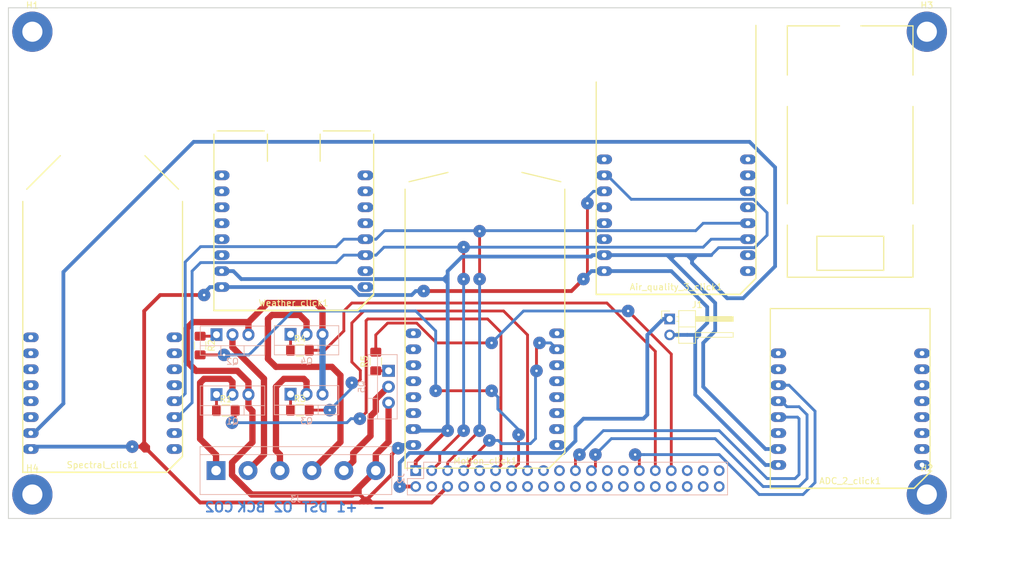
<source format=kicad_pcb>
(kicad_pcb (version 20171130) (host pcbnew 5.0.2-bee76a0~70~ubuntu18.04.1)
  (title_block (title "Integra wall sensor and LED board") (date 2019-05-02) (rev 0.1) (company "Nemanja Filipovic"))
  (layers (0 F.Cu signal) (31 B.Cu signal) (34 B.Paste user) (35 F.Paste user) (36 B.SilkS user) (37 F.SilkS user) (38 B.Mask user) (39 F.Mask user) (44 Edge.Cuts user))
  (net 0 "")
  (net 1 "Net-(ADC_2_click1-Pad1)")
  (net 2 "Net-(ADC_2_click1-Pad2)")
  (net 3 ADC_CS)
  (net 4 SCK)
  (net 5 MISO)
  (net 6 "Net-(ADC_2_click1-Pad6)")
  (net 7 +3V3)
  (net 8 GND)
  (net 9 "Net-(ADC_2_click1-Pad9)")
  (net 10 "Net-(ADC_2_click1-Pad10)")
  (net 11 "Net-(ADC_2_click1-Pad11)")
  (net 12 "Net-(ADC_2_click1-Pad12)")
  (net 13 "Net-(ADC_2_click1-Pad13)")
  (net 14 "Net-(ADC_2_click1-Pad14)")
  (net 15 "Net-(ADC_2_click1-Pad15)")
  (net 16 "Net-(ADC_2_click1-Pad16)")
  (net 17 "Net-(Air_quality_3_click1-Pad1)")
  (net 18 "Net-(Air_quality_3_click1-Pad4)")
  (net 19 "Net-(Air_quality_3_click1-Pad5)")
  (net 20 "Net-(Air_quality_3_click1-Pad6)")
  (net 21 "Net-(Air_quality_3_click1-Pad9)")
  (net 22 "Net-(Air_quality_3_click1-Pad10)")
  (net 23 SDA)
  (net 24 SCL)
  (net 25 "Net-(Air_quality_3_click1-Pad13)")
  (net 26 "Net-(Air_quality_3_click1-Pad14)")
  (net 27 "Net-(Air_quality_3_click1-Pad15)")
  (net 28 "Net-(Air_quality_3_click1-Pad16)")
  (net 29 +5V)
  (net 30 "Net-(J2-Pad4)")
  (net 31 MOTION)
  (net 32 "Net-(J2-Pad8)")
  (net 33 "Net-(J2-Pad9)")
  (net 34 "Net-(J2-Pad10)")
  (net 35 LED_CO2)
  (net 36 "Net-(J2-Pad12)")
  (net 37 LED_bck)
  (net 38 "Net-(J2-Pad14)")
  (net 39 LED_O2)
  (net 40 "Net-(J2-Pad16)")
  (net 41 "Net-(J2-Pad17)")
  (net 42 "Net-(J2-Pad18)")
  (net 43 MOSI)
  (net 44 "Net-(J2-Pad20)")
  (net 45 "Net-(J2-Pad22)")
  (net 46 "Net-(J2-Pad24)")
  (net 47 "Net-(J2-Pad25)")
  (net 48 "Net-(J2-Pad26)")
  (net 49 "Net-(J2-Pad27)")
  (net 50 "Net-(J2-Pad28)")
  (net 51 "Net-(J2-Pad30)")
  (net 52 LED_dust)
  (net 53 "Net-(J2-Pad32)")
  (net 54 LED_bckup)
  (net 55 "Net-(J2-Pad34)")
  (net 56 "Net-(J2-Pad35)")
  (net 57 "Net-(J2-Pad36)")
  (net 58 "Net-(J2-Pad37)")
  (net 59 "Net-(J2-Pad38)")
  (net 60 "Net-(J2-Pad39)")
  (net 61 "Net-(J2-Pad40)")
  (net 62 "Net-(J3-Pad2)")
  (net 63 "Net-(J3-Pad3)")
  (net 64 "Net-(J3-Pad1)")
  (net 65 "Net-(J3-Pad4)")
  (net 66 "Net-(J3-Pad5)")
  (net 67 "Net-(Motion_click1-Pad16)")
  (net 68 "Net-(Motion_click1-Pad14)")
  (net 69 "Net-(Motion_click1-Pad13)")
  (net 70 "Net-(Motion_click1-Pad12)")
  (net 71 "Net-(Motion_click1-Pad11)")
  (net 72 "Net-(Motion_click1-Pad10)")
  (net 73 "Net-(Motion_click1-Pad9)")
  (net 74 "Net-(Motion_click1-Pad6)")
  (net 75 "Net-(Motion_click1-Pad5)")
  (net 76 "Net-(Motion_click1-Pad4)")
  (net 77 "Net-(Motion_click1-Pad3)")
  (net 78 "Net-(Motion_click1-Pad2)")
  (net 79 "Net-(Motion_click1-Pad1)")
  (net 80 "Net-(Q1-Pad1)")
  (net 81 "Net-(Q2-Pad1)")
  (net 82 "Net-(Q3-Pad1)")
  (net 83 "Net-(Q4-Pad1)")
  (net 84 "Net-(Q5-Pad1)")
  (net 85 "Net-(Spectral_click1-Pad1)")
  (net 86 "Net-(Spectral_click1-Pad2)")
  (net 87 "Net-(Spectral_click1-Pad3)")
  (net 88 "Net-(Spectral_click1-Pad4)")
  (net 89 "Net-(Spectral_click1-Pad5)")
  (net 90 "Net-(Spectral_click1-Pad6)")
  (net 91 "Net-(Spectral_click1-Pad9)")
  (net 92 "Net-(Spectral_click1-Pad10)")
  (net 93 "Net-(Spectral_click1-Pad13)")
  (net 94 "Net-(Spectral_click1-Pad14)")
  (net 95 "Net-(Spectral_click1-Pad15)")
  (net 96 "Net-(Spectral_click1-Pad16)")
  (net 97 "Net-(Weather_click1-Pad16)")
  (net 98 "Net-(Weather_click1-Pad15)")
  (net 99 "Net-(Weather_click1-Pad14)")
  (net 100 "Net-(Weather_click1-Pad13)")
  (net 101 "Net-(Weather_click1-Pad10)")
  (net 102 "Net-(Weather_click1-Pad9)")
  (net 103 "Net-(Weather_click1-Pad6)")
  (net 104 "Net-(Weather_click1-Pad5)")
  (net 105 "Net-(Weather_click1-Pad4)")
  (net 106 "Net-(Weather_click1-Pad3)")
  (net 107 "Net-(Weather_click1-Pad2)")
  (net 108 "Net-(Weather_click1-Pad1)")
  (module Package_TO_SOT_THT:TO-220-3_Vertical (layer B.Cu) (at 115.98812 117.379328)
    (fp_text reference Q3 (at 2.54 4.27) (layer B.SilkS) (effects (justify mirror)))
    (fp_text value MJE15030)
    (pad 3 thru_hole oval (at 5.08 0) (size 1.905 2) (drill 1.1) (layers *.Cu *.Mask) (net 8 GND))
    (pad 2 thru_hole oval (at 2.54 0) (size 1.905 2) (drill 1.1) (layers *.Cu *.Mask) (net 63 "Net-(J3-Pad3)"))
    (pad 1 thru_hole rect (at 0 0) (size 1.905 2) (drill 1.1) (layers *.Cu *.Mask) (net 82 "Net-(Q3-Pad1)"))
  )
  (module Connector_PinHeader_2.54mm:PinHeader_2x20_P2.54mm_Vertical (layer B.Cu) (at 135.89 129.54 270)
    (fp_text reference J2 (at 1.27 2.33 270) (layer B.SilkS) (effects (justify mirror)))
    (fp_text value Raspberry_Pi_2_3)
    (pad 1 thru_hole rect (at 0 0 270) (size 1.7 1.7) (drill 1) (layers *.Cu *.Mask) (net 7 +3V3))
    (pad 2 thru_hole oval (at 2.54 0 270) (size 1.7 1.7) (drill 1) (layers *.Cu *.Mask) (net 29 +5V))
    (pad 3 thru_hole oval (at 0 -2.54 270) (size 1.7 1.7) (drill 1) (layers *.Cu *.Mask) (net 23 SDA))
    (pad 4 thru_hole oval (at 2.54 -2.54 270) (size 1.7 1.7) (drill 1) (layers *.Cu *.Mask) (net 30 "Net-(J2-Pad4)"))
    (pad 5 thru_hole oval (at 0 -5.08 270) (size 1.7 1.7) (drill 1) (layers *.Cu *.Mask) (net 24 SCL))
    (pad 6 thru_hole oval (at 2.54 -5.08 270) (size 1.7 1.7) (drill 1) (layers *.Cu *.Mask) (net 8 GND))
    (pad 7 thru_hole oval (at 0 -7.62 270) (size 1.7 1.7) (drill 1) (layers *.Cu *.Mask) (net 31 MOTION))
    (pad 8 thru_hole oval (at 2.54 -7.62 270) (size 1.7 1.7) (drill 1) (layers *.Cu *.Mask) (net 32 "Net-(J2-Pad8)"))
    (pad 9 thru_hole oval (at 0 -10.16 270) (size 1.7 1.7) (drill 1) (layers *.Cu *.Mask) (net 33 "Net-(J2-Pad9)"))
    (pad 10 thru_hole oval (at 2.54 -10.16 270) (size 1.7 1.7) (drill 1) (layers *.Cu *.Mask) (net 34 "Net-(J2-Pad10)"))
    (pad 11 thru_hole oval (at 0 -12.7 270) (size 1.7 1.7) (drill 1) (layers *.Cu *.Mask) (net 35 LED_CO2))
    (pad 12 thru_hole oval (at 2.54 -12.7 270) (size 1.7 1.7) (drill 1) (layers *.Cu *.Mask) (net 36 "Net-(J2-Pad12)"))
    (pad 13 thru_hole oval (at 0 -15.24 270) (size 1.7 1.7) (drill 1) (layers *.Cu *.Mask) (net 37 LED_bck))
    (pad 14 thru_hole oval (at 2.54 -15.24 270) (size 1.7 1.7) (drill 1) (layers *.Cu *.Mask) (net 38 "Net-(J2-Pad14)"))
    (pad 15 thru_hole oval (at 0 -17.78 270) (size 1.7 1.7) (drill 1) (layers *.Cu *.Mask) (net 39 LED_O2))
    (pad 16 thru_hole oval (at 2.54 -17.78 270) (size 1.7 1.7) (drill 1) (layers *.Cu *.Mask) (net 40 "Net-(J2-Pad16)"))
    (pad 17 thru_hole oval (at 0 -20.32 270) (size 1.7 1.7) (drill 1) (layers *.Cu *.Mask) (net 41 "Net-(J2-Pad17)"))
    (pad 18 thru_hole oval (at 2.54 -20.32 270) (size 1.7 1.7) (drill 1) (layers *.Cu *.Mask) (net 42 "Net-(J2-Pad18)"))
    (pad 19 thru_hole oval (at 0 -22.86 270) (size 1.7 1.7) (drill 1) (layers *.Cu *.Mask) (net 43 MOSI))
    (pad 20 thru_hole oval (at 2.54 -22.86 270) (size 1.7 1.7) (drill 1) (layers *.Cu *.Mask) (net 44 "Net-(J2-Pad20)"))
    (pad 21 thru_hole oval (at 0 -25.4 270) (size 1.7 1.7) (drill 1) (layers *.Cu *.Mask) (net 5 MISO))
    (pad 22 thru_hole oval (at 2.54 -25.4 270) (size 1.7 1.7) (drill 1) (layers *.Cu *.Mask) (net 45 "Net-(J2-Pad22)"))
    (pad 23 thru_hole oval (at 0 -27.94 270) (size 1.7 1.7) (drill 1) (layers *.Cu *.Mask) (net 4 SCK))
    (pad 24 thru_hole oval (at 2.54 -27.94 270) (size 1.7 1.7) (drill 1) (layers *.Cu *.Mask) (net 46 "Net-(J2-Pad24)"))
    (pad 25 thru_hole oval (at 0 -30.48 270) (size 1.7 1.7) (drill 1) (layers *.Cu *.Mask) (net 47 "Net-(J2-Pad25)"))
    (pad 26 thru_hole oval (at 2.54 -30.48 270) (size 1.7 1.7) (drill 1) (layers *.Cu *.Mask) (net 48 "Net-(J2-Pad26)"))
    (pad 27 thru_hole oval (at 0 -33.02 270) (size 1.7 1.7) (drill 1) (layers *.Cu *.Mask) (net 49 "Net-(J2-Pad27)"))
    (pad 28 thru_hole oval (at 2.54 -33.02 270) (size 1.7 1.7) (drill 1) (layers *.Cu *.Mask) (net 50 "Net-(J2-Pad28)"))
    (pad 29 thru_hole oval (at 0 -35.56 270) (size 1.7 1.7) (drill 1) (layers *.Cu *.Mask) (net 3 ADC_CS))
    (pad 30 thru_hole oval (at 2.54 -35.56 270) (size 1.7 1.7) (drill 1) (layers *.Cu *.Mask) (net 51 "Net-(J2-Pad30)"))
    (pad 31 thru_hole oval (at 0 -38.1 270) (size 1.7 1.7) (drill 1) (layers *.Cu *.Mask) (net 52 LED_dust))
    (pad 32 thru_hole oval (at 2.54 -38.1 270) (size 1.7 1.7) (drill 1) (layers *.Cu *.Mask) (net 53 "Net-(J2-Pad32)"))
    (pad 33 thru_hole oval (at 0 -40.64 270) (size 1.7 1.7) (drill 1) (layers *.Cu *.Mask) (net 54 LED_bckup))
    (pad 34 thru_hole oval (at 2.54 -40.64 270) (size 1.7 1.7) (drill 1) (layers *.Cu *.Mask) (net 55 "Net-(J2-Pad34)"))
    (pad 35 thru_hole oval (at 0 -43.18 270) (size 1.7 1.7) (drill 1) (layers *.Cu *.Mask) (net 56 "Net-(J2-Pad35)"))
    (pad 36 thru_hole oval (at 2.54 -43.18 270) (size 1.7 1.7) (drill 1) (layers *.Cu *.Mask) (net 57 "Net-(J2-Pad36)"))
    (pad 37 thru_hole oval (at 0 -45.72 270) (size 1.7 1.7) (drill 1) (layers *.Cu *.Mask) (net 58 "Net-(J2-Pad37)"))
    (pad 38 thru_hole oval (at 2.54 -45.72 270) (size 1.7 1.7) (drill 1) (layers *.Cu *.Mask) (net 59 "Net-(J2-Pad38)"))
    (pad 39 thru_hole oval (at 0 -48.26 270) (size 1.7 1.7) (drill 1) (layers *.Cu *.Mask) (net 60 "Net-(J2-Pad39)"))
    (pad 40 thru_hole oval (at 2.54 -48.26 270) (size 1.7 1.7) (drill 1) (layers *.Cu *.Mask) (net 61 "Net-(J2-Pad40)"))
  )
  (module Click_boards:Air_quality_click (layer F.Cu) (at 177.292 88.9)
    (fp_text reference Air_quality_3_click1 (at 0 11.43) (layer F.SilkS))
    (fp_text value MikroBus)
    (pad 1 thru_hole oval (at -11.43 -8.89) (size 2.5 1.524) (drill 0.762) (layers *.Cu *.Mask) (net 17 "Net-(Air_quality_3_click1-Pad1)"))
    (pad 2 thru_hole oval (at -11.43 -6.35) (size 2.5 1.524) (drill 0.762) (layers *.Cu *.Mask) (net 7 +3V3))
    (pad 3 thru_hole oval (at -11.43 -3.81) (size 2.5 1.524) (drill 0.762) (layers *.Cu *.Mask) (net 8 GND))
    (pad 4 thru_hole oval (at -11.43 -1.27) (size 2.5 1.524) (drill 0.762) (layers *.Cu *.Mask) (net 18 "Net-(Air_quality_3_click1-Pad4)"))
    (pad 5 thru_hole oval (at -11.43 1.27) (size 2.5 1.524) (drill 0.762) (layers *.Cu *.Mask) (net 19 "Net-(Air_quality_3_click1-Pad5)"))
    (pad 6 thru_hole oval (at -11.43 3.81) (size 2.5 1.524) (drill 0.762) (layers *.Cu *.Mask) (net 20 "Net-(Air_quality_3_click1-Pad6)"))
    (pad 7 thru_hole oval (at -11.43 6.35) (size 2.5 1.524) (drill 0.762) (layers *.Cu *.Mask) (net 7 +3V3))
    (pad 8 thru_hole oval (at -11.43 8.89) (size 2.5 1.524) (drill 0.762) (layers *.Cu *.Mask) (net 8 GND))
    (pad 9 thru_hole oval (at 11.43 8.89) (size 2.5 1.524) (drill 0.762) (layers *.Cu *.Mask) (net 21 "Net-(Air_quality_3_click1-Pad9)"))
    (pad 10 thru_hole oval (at 11.43 6.35) (size 2.5 1.524) (drill 0.762) (layers *.Cu *.Mask) (net 22 "Net-(Air_quality_3_click1-Pad10)"))
    (pad 11 thru_hole oval (at 11.43 3.81) (size 2.5 1.524) (drill 0.762) (layers *.Cu *.Mask) (net 23 SDA))
    (pad 12 thru_hole oval (at 11.43 1.27) (size 2.5 1.524) (drill 0.762) (layers *.Cu *.Mask) (net 24 SCL))
    (pad 13 thru_hole oval (at 11.43 -1.27) (size 2.5 1.524) (drill 0.762) (layers *.Cu *.Mask) (net 25 "Net-(Air_quality_3_click1-Pad13)"))
    (pad 14 thru_hole oval (at 11.43 -3.81) (size 2.5 1.524) (drill 0.762) (layers *.Cu *.Mask) (net 26 "Net-(Air_quality_3_click1-Pad14)"))
    (pad 15 thru_hole oval (at 11.43 -6.35) (size 2.5 1.524) (drill 0.762) (layers *.Cu *.Mask) (net 27 "Net-(Air_quality_3_click1-Pad15)"))
    (pad 16 thru_hole oval (at 11.43 -8.89) (size 2.5 1.524) (drill 0.762) (layers *.Cu *.Mask) (net 28 "Net-(Air_quality_3_click1-Pad16)"))
  )
  (module TerminalBlock:TerminalBlock_bornier-6_P5.08mm (layer B.Cu) (at 104.14 129.54)
    (fp_text reference J3 (at 12.65 4.55) (layer B.SilkS) (effects (justify mirror)))
    (fp_text value Screw_Terminal_01x06)
    (pad 2 thru_hole circle (at 5.08 0) (size 3 3) (drill 1.52) (layers *.Cu *.Mask) (net 62 "Net-(J3-Pad2)"))
    (pad 3 thru_hole circle (at 10.16 0) (size 3 3) (drill 1.52) (layers *.Cu *.Mask) (net 63 "Net-(J3-Pad3)"))
    (pad 1 thru_hole rect (at 0 0) (size 3 3) (drill 1.52) (layers *.Cu *.Mask) (net 64 "Net-(J3-Pad1)"))
    (pad 4 thru_hole circle (at 15.24 0) (size 3 3) (drill 1.52) (layers *.Cu *.Mask) (net 65 "Net-(J3-Pad4)"))
    (pad 5 thru_hole circle (at 20.32 0) (size 3 3) (drill 1.52) (layers *.Cu *.Mask) (net 66 "Net-(J3-Pad5)"))
    (pad 6 thru_hole circle (at 25.4 0) (size 3 3) (drill 1.52) (layers *.Cu *.Mask) (net 8 GND))
  )
  (module Click_boards:Click_board (layer F.Cu) (at 204.978 119.761)
    (fp_text reference ADC_2_click1 (at 0 11.43) (layer F.SilkS))
    (fp_text value MikroBus)
    (pad 1 thru_hole oval (at -11.43 -8.89) (size 2.5 1.524) (drill 0.762) (layers *.Cu *.Mask) (net 1 "Net-(ADC_2_click1-Pad1)"))
    (pad 2 thru_hole oval (at -11.43 -6.35) (size 2.5 1.524) (drill 0.762) (layers *.Cu *.Mask) (net 2 "Net-(ADC_2_click1-Pad2)"))
    (pad 3 thru_hole oval (at -11.43 -3.81) (size 2.5 1.524) (drill 0.762) (layers *.Cu *.Mask) (net 3 ADC_CS))
    (pad 4 thru_hole oval (at -11.43 -1.27) (size 2.5 1.524) (drill 0.762) (layers *.Cu *.Mask) (net 4 SCK))
    (pad 5 thru_hole oval (at -11.43 1.27) (size 2.5 1.524) (drill 0.762) (layers *.Cu *.Mask) (net 5 MISO))
    (pad 6 thru_hole oval (at -11.43 3.81) (size 2.5 1.524) (drill 0.762) (layers *.Cu *.Mask) (net 6 "Net-(ADC_2_click1-Pad6)"))
    (pad 7 thru_hole oval (at -11.43 6.35) (size 2.5 1.524) (drill 0.762) (layers *.Cu *.Mask) (net 7 +3V3))
    (pad 8 thru_hole oval (at -11.43 8.89) (size 2.5 1.524) (drill 0.762) (layers *.Cu *.Mask) (net 8 GND))
    (pad 9 thru_hole oval (at 11.43 8.89) (size 2.5 1.524) (drill 0.762) (layers *.Cu *.Mask) (net 9 "Net-(ADC_2_click1-Pad9)"))
    (pad 10 thru_hole oval (at 11.43 6.35) (size 2.5 1.524) (drill 0.762) (layers *.Cu *.Mask) (net 10 "Net-(ADC_2_click1-Pad10)"))
    (pad 11 thru_hole oval (at 11.43 3.81) (size 2.5 1.524) (drill 0.762) (layers *.Cu *.Mask) (net 11 "Net-(ADC_2_click1-Pad11)"))
    (pad 12 thru_hole oval (at 11.43 1.27) (size 2.5 1.524) (drill 0.762) (layers *.Cu *.Mask) (net 12 "Net-(ADC_2_click1-Pad12)"))
    (pad 13 thru_hole oval (at 11.43 -1.27) (size 2.5 1.524) (drill 0.762) (layers *.Cu *.Mask) (net 13 "Net-(ADC_2_click1-Pad13)"))
    (pad 14 thru_hole oval (at 11.43 -3.81) (size 2.5 1.524) (drill 0.762) (layers *.Cu *.Mask) (net 14 "Net-(ADC_2_click1-Pad14)"))
    (pad 15 thru_hole oval (at 11.43 -6.35) (size 2.5 1.524) (drill 0.762) (layers *.Cu *.Mask) (net 15 "Net-(ADC_2_click1-Pad15)"))
    (pad 16 thru_hole oval (at 11.43 -8.89) (size 2.5 1.524) (drill 0.762) (layers *.Cu *.Mask) (net 16 "Net-(ADC_2_click1-Pad16)"))
  )
  (module Click_boards:Click_board (layer F.Cu) (at 146.939 116.586)
    (fp_text reference Motion_click1 (at 0 11.43) (layer F.SilkS))
    (fp_text value MikroBus)
    (pad 16 thru_hole oval (at 11.43 -8.89) (size 2.5 1.524) (drill 0.762) (layers *.Cu *.Mask) (net 67 "Net-(Motion_click1-Pad16)"))
    (pad 15 thru_hole oval (at 11.43 -6.35) (size 2.5 1.524) (drill 0.762) (layers *.Cu *.Mask) (net 31 MOTION))
    (pad 14 thru_hole oval (at 11.43 -3.81) (size 2.5 1.524) (drill 0.762) (layers *.Cu *.Mask) (net 68 "Net-(Motion_click1-Pad14)"))
    (pad 13 thru_hole oval (at 11.43 -1.27) (size 2.5 1.524) (drill 0.762) (layers *.Cu *.Mask) (net 69 "Net-(Motion_click1-Pad13)"))
    (pad 12 thru_hole oval (at 11.43 1.27) (size 2.5 1.524) (drill 0.762) (layers *.Cu *.Mask) (net 70 "Net-(Motion_click1-Pad12)"))
    (pad 11 thru_hole oval (at 11.43 3.81) (size 2.5 1.524) (drill 0.762) (layers *.Cu *.Mask) (net 71 "Net-(Motion_click1-Pad11)"))
    (pad 10 thru_hole oval (at 11.43 6.35) (size 2.5 1.524) (drill 0.762) (layers *.Cu *.Mask) (net 72 "Net-(Motion_click1-Pad10)"))
    (pad 9 thru_hole oval (at 11.43 8.89) (size 2.5 1.524) (drill 0.762) (layers *.Cu *.Mask) (net 73 "Net-(Motion_click1-Pad9)"))
    (pad 8 thru_hole oval (at -11.43 8.89) (size 2.5 1.524) (drill 0.762) (layers *.Cu *.Mask) (net 8 GND))
    (pad 7 thru_hole oval (at -11.43 6.35) (size 2.5 1.524) (drill 0.762) (layers *.Cu *.Mask) (net 7 +3V3))
    (pad 6 thru_hole oval (at -11.43 3.81) (size 2.5 1.524) (drill 0.762) (layers *.Cu *.Mask) (net 74 "Net-(Motion_click1-Pad6)"))
    (pad 5 thru_hole oval (at -11.43 1.27) (size 2.5 1.524) (drill 0.762) (layers *.Cu *.Mask) (net 75 "Net-(Motion_click1-Pad5)"))
    (pad 4 thru_hole oval (at -11.43 -1.27) (size 2.5 1.524) (drill 0.762) (layers *.Cu *.Mask) (net 76 "Net-(Motion_click1-Pad4)"))
    (pad 3 thru_hole oval (at -11.43 -3.81) (size 2.5 1.524) (drill 0.762) (layers *.Cu *.Mask) (net 77 "Net-(Motion_click1-Pad3)"))
    (pad 2 thru_hole oval (at -11.43 -6.35) (size 2.5 1.524) (drill 0.762) (layers *.Cu *.Mask) (net 78 "Net-(Motion_click1-Pad2)"))
    (pad 1 thru_hole oval (at -11.43 -8.89) (size 2.5 1.524) (drill 0.762) (layers *.Cu *.Mask) (net 79 "Net-(Motion_click1-Pad1)"))
  )
  (module Package_TO_SOT_THT:TO-220-3_Vertical (layer B.Cu) (at 104.209716 117.434151)
    (fp_text reference Q1 (at 2.54 4.27) (layer B.SilkS) (effects (justify mirror)))
    (fp_text value MJE15030)
    (pad 1 thru_hole rect (at 0 0) (size 1.905 2) (drill 1.1) (layers *.Cu *.Mask) (net 80 "Net-(Q1-Pad1)"))
    (pad 2 thru_hole oval (at 2.54 0) (size 1.905 2) (drill 1.1) (layers *.Cu *.Mask) (net 64 "Net-(J3-Pad1)"))
    (pad 3 thru_hole oval (at 5.08 0) (size 1.905 2) (drill 1.1) (layers *.Cu *.Mask) (net 8 GND))
  )
  (module Package_TO_SOT_THT:TO-220-3_Vertical (layer B.Cu) (at 104.209716 107.909151)
    (fp_text reference Q2 (at 2.54 4.27) (layer B.SilkS) (effects (justify mirror)))
    (fp_text value MJE15030)
    (pad 3 thru_hole oval (at 5.08 0) (size 1.905 2) (drill 1.1) (layers *.Cu *.Mask) (net 8 GND))
    (pad 2 thru_hole oval (at 2.54 0) (size 1.905 2) (drill 1.1) (layers *.Cu *.Mask) (net 62 "Net-(J3-Pad2)"))
    (pad 1 thru_hole rect (at 0 0) (size 1.905 2) (drill 1.1) (layers *.Cu *.Mask) (net 81 "Net-(Q2-Pad1)"))
  )
  (module Package_TO_SOT_THT:TO-220-3_Vertical (layer B.Cu) (at 115.98812 107.854328)
    (fp_text reference Q4 (at 2.54 4.27) (layer B.SilkS) (effects (justify mirror)))
    (fp_text value MJE15030)
    (pad 1 thru_hole rect (at 0 0) (size 1.905 2) (drill 1.1) (layers *.Cu *.Mask) (net 83 "Net-(Q4-Pad1)"))
    (pad 2 thru_hole oval (at 2.54 0) (size 1.905 2) (drill 1.1) (layers *.Cu *.Mask) (net 65 "Net-(J3-Pad4)"))
    (pad 3 thru_hole oval (at 5.08 0) (size 1.905 2) (drill 1.1) (layers *.Cu *.Mask) (net 8 GND))
  )
  (module Package_TO_SOT_THT:TO-220-3_Vertical (layer B.Cu) (at 131.572393 113.660235 270)
    (fp_text reference Q5 (at 2.54 4.27 270) (layer B.SilkS) (effects (justify mirror)))
    (fp_text value MJE15030)
    (pad 1 thru_hole rect (at 0 0 270) (size 1.905 2) (drill 1.1) (layers *.Cu *.Mask) (net 84 "Net-(Q5-Pad1)"))
    (pad 2 thru_hole oval (at 2.54 0 270) (size 1.905 2) (drill 1.1) (layers *.Cu *.Mask) (net 66 "Net-(J3-Pad5)"))
    (pad 3 thru_hole oval (at 5.08 0 270) (size 1.905 2) (drill 1.1) (layers *.Cu *.Mask) (net 8 GND))
  )
  (module Resistor_SMD:R_1206_3216Metric_Pad1.42x1.75mm_HandSolder (layer F.Cu) (at 105.697216 119.974151)
    (fp_text reference R1 (at 0 -1.82) (layer F.SilkS))
    (fp_text value 100R)
    (pad 1 smd roundrect (at -1.4875 0) (size 1.425 1.75) (layers F.Cu F.Paste F.Mask) (roundrect_rratio 0.175439) (net 80 "Net-(Q1-Pad1)"))
    (pad 2 smd roundrect (at 1.4875 0) (size 1.425 1.75) (layers F.Cu F.Paste F.Mask) (roundrect_rratio 0.175439) (net 35 LED_CO2))
  )
  (module Resistor_SMD:R_1206_3216Metric_Pad1.42x1.75mm_HandSolder (layer F.Cu) (at 101.6 109.6375 270)
    (fp_text reference R2 (at 0 -1.82 270) (layer F.SilkS))
    (fp_text value 100R)
    (pad 1 smd roundrect (at -1.4875 0 270) (size 1.425 1.75) (layers F.Cu F.Paste F.Mask) (roundrect_rratio 0.175439) (net 81 "Net-(Q2-Pad1)"))
    (pad 2 smd roundrect (at 1.4875 0 270) (size 1.425 1.75) (layers F.Cu F.Paste F.Mask) (roundrect_rratio 0.175439) (net 37 LED_bck))
  )
  (module Resistor_SMD:R_1206_3216Metric_Pad1.42x1.75mm_HandSolder (layer F.Cu) (at 117.47562 119.919328)
    (fp_text reference R3 (at 0 -1.82) (layer F.SilkS))
    (fp_text value 100R)
    (pad 2 smd roundrect (at 1.4875 0) (size 1.425 1.75) (layers F.Cu F.Paste F.Mask) (roundrect_rratio 0.175439) (net 39 LED_O2))
    (pad 1 smd roundrect (at -1.4875 0) (size 1.425 1.75) (layers F.Cu F.Paste F.Mask) (roundrect_rratio 0.175439) (net 82 "Net-(Q3-Pad1)"))
  )
  (module Resistor_SMD:R_1206_3216Metric_Pad1.42x1.75mm_HandSolder (layer F.Cu) (at 117.47562 110.394328)
    (fp_text reference R4 (at 0 -1.82) (layer F.SilkS))
    (fp_text value 100R)
    (pad 2 smd roundrect (at 1.4875 0) (size 1.425 1.75) (layers F.Cu F.Paste F.Mask) (roundrect_rratio 0.175439) (net 52 LED_dust))
    (pad 1 smd roundrect (at -1.4875 0) (size 1.425 1.75) (layers F.Cu F.Paste F.Mask) (roundrect_rratio 0.175439) (net 83 "Net-(Q4-Pad1)"))
  )
  (module Resistor_SMD:R_1206_3216Metric_Pad1.42x1.75mm_HandSolder (layer F.Cu) (at 129.54 112.1775 90)
    (fp_text reference R5 (at 0 -1.82 90) (layer F.SilkS))
    (fp_text value 100R)
    (pad 1 smd roundrect (at -1.4875 0 90) (size 1.425 1.75) (layers F.Cu F.Paste F.Mask) (roundrect_rratio 0.175439) (net 84 "Net-(Q5-Pad1)"))
    (pad 2 smd roundrect (at 1.4875 0 90) (size 1.425 1.75) (layers F.Cu F.Paste F.Mask) (roundrect_rratio 0.175439) (net 54 LED_bckup))
  )
  (module Click_boards:Click_board (layer F.Cu) (at 116.459 91.44)
    (fp_text reference Weather_click1 (at 0 11.43) (layer F.SilkS))
    (fp_text value MikroBus)
    (pad 16 thru_hole oval (at 11.43 -8.89) (size 2.5 1.524) (drill 0.762) (layers *.Cu *.Mask) (net 97 "Net-(Weather_click1-Pad16)"))
    (pad 15 thru_hole oval (at 11.43 -6.35) (size 2.5 1.524) (drill 0.762) (layers *.Cu *.Mask) (net 98 "Net-(Weather_click1-Pad15)"))
    (pad 14 thru_hole oval (at 11.43 -3.81) (size 2.5 1.524) (drill 0.762) (layers *.Cu *.Mask) (net 99 "Net-(Weather_click1-Pad14)"))
    (pad 13 thru_hole oval (at 11.43 -1.27) (size 2.5 1.524) (drill 0.762) (layers *.Cu *.Mask) (net 100 "Net-(Weather_click1-Pad13)"))
    (pad 12 thru_hole oval (at 11.43 1.27) (size 2.5 1.524) (drill 0.762) (layers *.Cu *.Mask) (net 24 SCL))
    (pad 11 thru_hole oval (at 11.43 3.81) (size 2.5 1.524) (drill 0.762) (layers *.Cu *.Mask) (net 23 SDA))
    (pad 10 thru_hole oval (at 11.43 6.35) (size 2.5 1.524) (drill 0.762) (layers *.Cu *.Mask) (net 101 "Net-(Weather_click1-Pad10)"))
    (pad 9 thru_hole oval (at 11.43 8.89) (size 2.5 1.524) (drill 0.762) (layers *.Cu *.Mask) (net 102 "Net-(Weather_click1-Pad9)"))
    (pad 8 thru_hole oval (at -11.43 8.89) (size 2.5 1.524) (drill 0.762) (layers *.Cu *.Mask) (net 8 GND))
    (pad 7 thru_hole oval (at -11.43 6.35) (size 2.5 1.524) (drill 0.762) (layers *.Cu *.Mask) (net 7 +3V3))
    (pad 6 thru_hole oval (at -11.43 3.81) (size 2.5 1.524) (drill 0.762) (layers *.Cu *.Mask) (net 103 "Net-(Weather_click1-Pad6)"))
    (pad 5 thru_hole oval (at -11.43 1.27) (size 2.5 1.524) (drill 0.762) (layers *.Cu *.Mask) (net 104 "Net-(Weather_click1-Pad5)"))
    (pad 4 thru_hole oval (at -11.43 -1.27) (size 2.5 1.524) (drill 0.762) (layers *.Cu *.Mask) (net 105 "Net-(Weather_click1-Pad4)"))
    (pad 3 thru_hole oval (at -11.43 -3.81) (size 2.5 1.524) (drill 0.762) (layers *.Cu *.Mask) (net 106 "Net-(Weather_click1-Pad3)"))
    (pad 2 thru_hole oval (at -11.43 -6.35) (size 2.5 1.524) (drill 0.762) (layers *.Cu *.Mask) (net 107 "Net-(Weather_click1-Pad2)"))
    (pad 1 thru_hole oval (at -11.43 -8.89) (size 2.5 1.524) (drill 0.762) (layers *.Cu *.Mask) (net 108 "Net-(Weather_click1-Pad1)"))
  )
  (module Connector_PinHeader_2.54mm:PinHeader_1x02_P2.54mm_Horizontal (layer F.Cu) (at 176.276 105.41)
    (fp_text reference J1 (at 4.385 -2.27) (layer F.SilkS))
    (fp_text value OxygenSensPwr)
    (pad 1 thru_hole rect (at 0 0) (size 1.7 1.7) (drill 1) (layers *.Cu *.Mask) (net 29 +5V))
    (pad 2 thru_hole oval (at 0 2.54) (size 1.7 1.7) (drill 1) (layers *.Cu *.Mask) (net 8 GND))
  )
  (module Click_boards:Spectral_click (layer F.Cu) (at 86.106 117.221)
    (fp_text reference Spectral_click1 (at 0 11.43) (layer F.SilkS))
    (fp_text value MikroBus)
    (pad 1 thru_hole oval (at -11.43 -8.89) (size 2.5 1.524) (drill 0.762) (layers *.Cu *.Mask) (net 85 "Net-(Spectral_click1-Pad1)"))
    (pad 2 thru_hole oval (at -11.43 -6.35) (size 2.5 1.524) (drill 0.762) (layers *.Cu *.Mask) (net 86 "Net-(Spectral_click1-Pad2)"))
    (pad 3 thru_hole oval (at -11.43 -3.81) (size 2.5 1.524) (drill 0.762) (layers *.Cu *.Mask) (net 87 "Net-(Spectral_click1-Pad3)"))
    (pad 4 thru_hole oval (at -11.43 -1.27) (size 2.5 1.524) (drill 0.762) (layers *.Cu *.Mask) (net 88 "Net-(Spectral_click1-Pad4)"))
    (pad 5 thru_hole oval (at -11.43 1.27) (size 2.5 1.524) (drill 0.762) (layers *.Cu *.Mask) (net 89 "Net-(Spectral_click1-Pad5)"))
    (pad 6 thru_hole oval (at -11.43 3.81) (size 2.5 1.524) (drill 0.762) (layers *.Cu *.Mask) (net 90 "Net-(Spectral_click1-Pad6)"))
    (pad 7 thru_hole oval (at -11.43 6.35) (size 2.5 1.524) (drill 0.762) (layers *.Cu *.Mask) (net 7 +3V3))
    (pad 8 thru_hole oval (at -11.43 8.89) (size 2.5 1.524) (drill 0.762) (layers *.Cu *.Mask) (net 8 GND))
    (pad 9 thru_hole oval (at 11.43 8.89) (size 2.5 1.524) (drill 0.762) (layers *.Cu *.Mask) (net 91 "Net-(Spectral_click1-Pad9)"))
    (pad 10 thru_hole oval (at 11.43 6.35) (size 2.5 1.524) (drill 0.762) (layers *.Cu *.Mask) (net 92 "Net-(Spectral_click1-Pad10)"))
    (pad 11 thru_hole oval (at 11.43 3.81) (size 2.5 1.524) (drill 0.762) (layers *.Cu *.Mask) (net 23 SDA))
    (pad 12 thru_hole oval (at 11.43 1.27) (size 2.5 1.524) (drill 0.762) (layers *.Cu *.Mask) (net 24 SCL))
    (pad 13 thru_hole oval (at 11.43 -1.27) (size 2.5 1.524) (drill 0.762) (layers *.Cu *.Mask) (net 93 "Net-(Spectral_click1-Pad13)"))
    (pad 14 thru_hole oval (at 11.43 -3.81) (size 2.5 1.524) (drill 0.762) (layers *.Cu *.Mask) (net 94 "Net-(Spectral_click1-Pad14)"))
    (pad 15 thru_hole oval (at 11.43 -6.35) (size 2.5 1.524) (drill 0.762) (layers *.Cu *.Mask) (net 95 "Net-(Spectral_click1-Pad15)"))
    (pad 16 thru_hole oval (at 11.43 -8.89) (size 2.5 1.524) (drill 0.762) (layers *.Cu *.Mask) (net 96 "Net-(Spectral_click1-Pad16)"))
  )
  (module MountingHole:MountingHole_3.2mm_M3_Pad (layer F.Cu) (at 74.93 59.69)
    (fp_text reference H1 (at 0 -4.2) (layer F.SilkS))
    (fp_text value MountingHole)
    (pad 1 thru_hole circle (at 0 0) (size 6.4 6.4) (drill 3.2) (layers *.Cu *.Mask))
  )
  (module MountingHole:MountingHole_3.2mm_M3_Pad (layer F.Cu) (at 217.17 133.35)
    (fp_text reference H2 (at 0 -4.2) (layer F.SilkS))
    (fp_text value MountingHole)
    (pad 1 thru_hole circle (at 0 0) (size 6.4 6.4) (drill 3.2) (layers *.Cu *.Mask))
  )
  (module MountingHole:MountingHole_3.2mm_M3_Pad (layer F.Cu) (at 217.17 59.69)
    (fp_text reference H3 (at 0 -4.2) (layer F.SilkS))
    (fp_text value MountingHole)
    (pad 1 thru_hole circle (at 0 0) (size 6.4 6.4) (drill 3.2) (layers *.Cu *.Mask))
  )
  (module MountingHole:MountingHole_3.2mm_M3_Pad (layer F.Cu) (at 74.93 133.35)
    (fp_text reference H4 (at 0 -4.2) (layer F.SilkS))
    (fp_text value MountingHole)
    (pad 1 thru_hole circle (at 0 0) (size 6.4 6.4) (drill 3.2) (layers *.Cu *.Mask))
  )
  (gr_text - (at 130.048 135.382) (layer B.Cu) (effects (font (size 1.5 1.5) (thickness 0.3)) (justify mirror)))
  (gr_text +1 (at 124.968 135.382) (layer B.Cu) (effects (font (size 1.5 1.5) (thickness 0.3)) (justify mirror)))
  (gr_text DST (at 119.888 135.382) (layer B.Cu) (effects (font (size 1.5 1.5) (thickness 0.3)) (justify mirror)))
  (gr_text O2 (at 114.808 135.382) (layer B.Cu) (effects (font (size 1.5 1.5) (thickness 0.3)) (justify mirror)))
  (gr_text "BCK\n" (at 109.728 135.382) (layer B.Cu) (effects (font (size 1.5 1.5) (thickness 0.3)) (justify mirror)))
  (gr_text CO2 (at 104.648 135.382) (layer B.Cu) (effects (font (size 1.5 1.5) (thickness 0.3)) (justify mirror)))
  (gr_line (start 71.12 137.16) (end 71.12 55.88) (layer Edge.Cuts) (width 0.15))
  (gr_line (start 220.98 137.16) (end 71.12 137.16) (layer Edge.Cuts) (width 0.15))
  (gr_line (start 220.98 55.88) (end 220.98 137.16) (layer Edge.Cuts) (width 0.15))
  (gr_line (start 71.12 55.88) (end 220.98 55.88) (layer Edge.Cuts) (width 0.15))
  (gr_line (start 96.266 129.836333) (end 98.806 127.296333) (layer F.SilkS) (width 0.2))
  (gr_line (start 210.312 92.244333) (end 210.312 97.663) (layer F.SilkS) (width 0.2))
  (gr_line (start 111.802333 75.480333) (end 104.309333 75.480333) (layer F.SilkS) (width 0.2))
  (gr_line (start 134.196666 129.201333) (end 134.196666 106.341333) (layer F.SilkS) (width 0.2))
  (gr_line (start 194.987333 58.758667) (end 194.987333 66.590333) (layer F.SilkS) (width 0.2))
  (gr_line (start 192.278 132.376333) (end 215.138 132.376333) (layer F.SilkS) (width 0.2))
  (gr_line (start 194.987333 71.585667) (end 194.987333 87.079667) (layer F.SilkS) (width 0.2))
  (gr_line (start 112.310333 80.306333) (end 112.310333 75.988333) (layer F.SilkS) (width 0.2))
  (gr_line (start 134.196666 84.751333) (end 134.196666 129.201333) (layer F.SilkS) (width 0.2))
  (gr_line (start 73.406 129.836333) (end 96.266 129.836333) (layer F.SilkS) (width 0.2))
  (gr_line (start 126.703666 104.097667) (end 129.201333 101.6) (layer F.SilkS) (width 0.2))
  (gr_line (start 158.961666 83.566) (end 152.781 82.084333) (layer F.SilkS) (width 0.2))
  (gr_line (start 194.987333 98.763667) (end 214.968666 98.763667) (layer F.SilkS) (width 0.2))
  (gr_line (start 79.375 79.417333) (end 74.041 84.751333) (layer F.SilkS) (width 0.2))
  (gr_line (start 120.692333 75.988333) (end 120.692333 80.306333) (layer F.SilkS) (width 0.2))
  (gr_line (start 214.968666 87.079667) (end 214.968666 71.585667) (layer F.SilkS) (width 0.2))
  (gr_line (start 98.171 84.751333) (end 92.837 79.417333) (layer F.SilkS) (width 0.2))
  (gr_line (start 189.992 98.975333) (end 189.992 58.674) (layer F.SilkS) (width 0.2))
  (gr_line (start 217.678 129.836333) (end 217.678 103.759) (layer F.SilkS) (width 0.2))
  (gr_line (start 141.012333 82.084333) (end 134.831666 83.566) (layer F.SilkS) (width 0.2))
  (gr_line (start 217.678 103.759) (end 192.278 103.759) (layer F.SilkS) (width 0.2))
  (gr_line (start 129.201333 101.6) (end 129.201333 75.988333) (layer F.SilkS) (width 0.2))
  (gr_line (start 214.968666 66.590333) (end 214.968666 58.758667) (layer F.SilkS) (width 0.2))
  (gr_line (start 159.596666 126.661333) (end 159.596666 84.751333) (layer F.SilkS) (width 0.2))
  (gr_line (start 199.686333 97.663) (end 199.686333 92.244333) (layer F.SilkS) (width 0.2))
  (gr_line (start 192.278 103.759) (end 192.278 132.376333) (layer F.SilkS) (width 0.2))
  (gr_line (start 214.968666 58.758667) (end 206.671333 58.758667) (layer F.SilkS) (width 0.2))
  (gr_line (start 98.806 127.296333) (end 98.806 86.698667) (layer F.SilkS) (width 0.2))
  (gr_line (start 157.056666 129.201333) (end 159.596666 126.661333) (layer F.SilkS) (width 0.2))
  (gr_line (start 103.801333 104.097667) (end 126.703666 104.097667) (layer F.SilkS) (width 0.2))
  (gr_line (start 194.987333 90.466333) (end 194.987333 98.763667) (layer F.SilkS) (width 0.2))
  (gr_line (start 187.452 101.515333) (end 189.992 98.975333) (layer F.SilkS) (width 0.2))
  (gr_line (start 199.686333 92.244333) (end 210.312 92.244333) (layer F.SilkS) (width 0.2))
  (gr_line (start 215.138 132.376333) (end 217.678 129.836333) (layer F.SilkS) (width 0.2))
  (gr_line (start 214.968666 98.763667) (end 214.968666 90.466333) (layer F.SilkS) (width 0.2))
  (gr_line (start 103.801333 75.988333) (end 103.801333 104.097667) (layer F.SilkS) (width 0.2))
  (gr_line (start 203.284666 58.758667) (end 194.987333 58.758667) (layer F.SilkS) (width 0.2))
  (gr_line (start 73.406 86.698667) (end 73.406 129.836333) (layer F.SilkS) (width 0.2))
  (gr_line (start 210.312 97.663) (end 199.686333 97.663) (layer F.SilkS) (width 0.2))
  (gr_line (start 164.592 101.515333) (end 187.452 101.515333) (layer F.SilkS) (width 0.2))
  (gr_line (start 128.693333 75.480333) (end 121.200333 75.480333) (layer F.SilkS) (width 0.2))
  (gr_line (start 164.592 67.691) (end 164.592 101.515333) (layer F.SilkS) (width 0.2))
  (segment (start 197.485 133.35) (end 190.5 133.35) (width 0.45) (layer B.Cu) (net 3))
  (segment (start 171.45 127.66301) (end 170.78699 127) (width 0.45) (layer F.Cu) (net 3))
  (segment (start 190.5 133.35) (end 184.15 127) (width 0.45) (layer B.Cu) (net 3))
  (segment (start 193.548 115.951) (end 195.248 115.951) (width 0.45) (layer B.Cu) (net 3))
  (segment (start 172.201203 127) (end 170.78699 127) (width 0.45) (layer B.Cu) (net 3))
  (segment (start 171.45 129.54) (end 171.45 127.66301) (width 0.45) (layer F.Cu) (net 3))
  (segment (start 184.15 127) (end 172.201203 127) (width 0.45) (layer B.Cu) (net 3))
  (segment (start 195.248 115.951) (end 199.39 120.093) (width 0.45) (layer B.Cu) (net 3))
  (segment (start 199.39 120.093) (end 199.39 131.445) (width 0.45) (layer B.Cu) (net 3))
  (via (at 170.78699 127) (size 2) (drill 0.4) (layers F.Cu B.Cu) (net 3))
  (segment (start 199.39 131.445) (end 197.485 133.35) (width 0.45) (layer B.Cu) (net 3))
  (via (at 164.465 127) (size 2) (drill 0.4) (layers F.Cu B.Cu) (net 4))
  (segment (start 164.465 128.905) (end 163.83 129.54) (width 0.45) (layer F.Cu) (net 4))
  (segment (start 164.465 127) (end 164.465 128.905) (width 0.45) (layer F.Cu) (net 4))
  (segment (start 183.515 124.46) (end 167.005 124.46) (width 0.45) (layer B.Cu) (net 4))
  (segment (start 196.85 132.08) (end 191.135 132.08) (width 0.45) (layer B.Cu) (net 4))
  (segment (start 193.548 118.491) (end 194.036 118.491) (width 0.45) (layer B.Cu) (net 4))
  (segment (start 194.925 119.38) (end 196.85 119.38) (width 0.45) (layer B.Cu) (net 4))
  (segment (start 196.85 119.38) (end 198.12 120.65) (width 0.45) (layer B.Cu) (net 4))
  (segment (start 198.12 120.65) (end 198.12 130.81) (width 0.45) (layer B.Cu) (net 4))
  (segment (start 167.005 124.46) (end 164.465 127) (width 0.45) (layer B.Cu) (net 4))
  (segment (start 191.135 132.08) (end 183.515 124.46) (width 0.45) (layer B.Cu) (net 4))
  (segment (start 194.036 118.491) (end 194.925 119.38) (width 0.45) (layer B.Cu) (net 4))
  (segment (start 198.12 130.81) (end 196.85 132.08) (width 0.45) (layer B.Cu) (net 4))
  (via (at 161.925 127) (size 2) (drill 0.4) (layers F.Cu B.Cu) (net 5))
  (segment (start 161.29 127.635) (end 161.925 127) (width 0.45) (layer F.Cu) (net 5))
  (segment (start 161.29 129.54) (end 161.29 127.635) (width 0.45) (layer F.Cu) (net 5))
  (segment (start 165.735 123.19) (end 161.925 127) (width 0.45) (layer B.Cu) (net 5))
  (segment (start 196.596 121.031) (end 196.85 121.285) (width 0.45) (layer B.Cu) (net 5))
  (segment (start 193.548 121.031) (end 196.596 121.031) (width 0.45) (layer B.Cu) (net 5))
  (segment (start 184.15 123.19) (end 165.735 123.19) (width 0.45) (layer B.Cu) (net 5))
  (segment (start 196.85 121.285) (end 196.85 130.175) (width 0.45) (layer B.Cu) (net 5))
  (segment (start 196.85 130.175) (end 196.215 130.81) (width 0.45) (layer B.Cu) (net 5))
  (segment (start 196.215 130.81) (end 191.77 130.81) (width 0.45) (layer B.Cu) (net 5))
  (segment (start 191.77 130.81) (end 184.15 123.19) (width 0.45) (layer B.Cu) (net 5))
  (segment (start 135.997 122.936) (end 135.509 122.936) (width 0.45) (layer F.Cu) (net 7))
  (segment (start 193.06 126.111) (end 193.548 126.111) (width 0.45) (layer F.Cu) (net 7))
  (via (at 140.97 123.19) (size 2) (drill 0.4) (layers F.Cu B.Cu) (net 7))
  (segment (start 135.763 123.19) (end 135.509 122.936) (width 0.6) (layer B.Cu) (net 7))
  (segment (start 140.97 123.19) (end 135.763 123.19) (width 0.6) (layer B.Cu) (net 7))
  (segment (start 164.012 95.25) (end 165.862 95.25) (width 0.6) (layer B.Cu) (net 7))
  (segment (start 163.781999 95.480001) (end 164.012 95.25) (width 0.6) (layer B.Cu) (net 7))
  (segment (start 143.279999 95.480001) (end 163.781999 95.480001) (width 0.6) (layer B.Cu) (net 7))
  (segment (start 140.97 97.79) (end 143.279999 95.480001) (width 0.6) (layer B.Cu) (net 7))
  (segment (start 105.029 97.79) (end 106.879 97.79) (width 0.6) (layer B.Cu) (net 7))
  (segment (start 106.879 97.79) (end 108.149 99.06) (width 0.6) (layer B.Cu) (net 7))
  (segment (start 140.97 98.425) (end 140.97 97.79) (width 0.6) (layer B.Cu) (net 7))
  (segment (start 140.335 99.06) (end 140.97 98.425) (width 0.6) (layer B.Cu) (net 7))
  (segment (start 140.97 99.06) (end 140.97 98.425) (width 0.6) (layer B.Cu) (net 7))
  (segment (start 140.335 99.06) (end 140.97 99.06) (width 0.6) (layer B.Cu) (net 7))
  (segment (start 108.149 99.06) (end 140.335 99.06) (width 0.6) (layer B.Cu) (net 7))
  (segment (start 140.335 99.06) (end 140.97 99.695) (width 0.6) (layer B.Cu) (net 7))
  (segment (start 140.97 123.19) (end 140.97 99.695) (width 0.6) (layer B.Cu) (net 7))
  (segment (start 140.97 99.695) (end 140.97 99.06) (width 0.6) (layer B.Cu) (net 7))
  (segment (start 140.79 123.19) (end 140.97 123.19) (width 0.6) (layer F.Cu) (net 7))
  (segment (start 135.89 128.09) (end 140.79 123.19) (width 0.6) (layer F.Cu) (net 7))
  (segment (start 135.89 129.54) (end 135.89 128.09) (width 0.6) (layer F.Cu) (net 7))
  (segment (start 165.862 95.25) (end 175.895 95.25) (width 0.6) (layer B.Cu) (net 7))
  (segment (start 183.515 102.87) (end 183.515 107.315) (width 0.6) (layer B.Cu) (net 7))
  (segment (start 183.515 107.315) (end 181.61 109.22) (width 0.6) (layer B.Cu) (net 7))
  (segment (start 181.61 109.22) (end 181.61 116.205) (width 0.6) (layer B.Cu) (net 7))
  (segment (start 191.516 126.111) (end 193.548 126.111) (width 0.6) (layer B.Cu) (net 7))
  (segment (start 181.61 116.205) (end 191.516 126.111) (width 0.6) (layer B.Cu) (net 7))
  (segment (start 184.06701 94.06299) (end 182.88 95.25) (width 0.45) (layer B.Cu) (net 7))
  (segment (start 189.78201 94.06299) (end 184.06701 94.06299) (width 0.45) (layer B.Cu) (net 7))
  (segment (start 166.35 82.55) (end 170.16 86.36) (width 0.45) (layer B.Cu) (net 7))
  (segment (start 165.862 82.55) (end 166.35 82.55) (width 0.45) (layer B.Cu) (net 7))
  (segment (start 189.618685 86.36) (end 191.77 88.511315) (width 0.45) (layer B.Cu) (net 7))
  (segment (start 170.16 86.36) (end 189.618685 86.36) (width 0.45) (layer B.Cu) (net 7))
  (segment (start 191.77 88.511315) (end 191.77 92.075) (width 0.45) (layer B.Cu) (net 7))
  (segment (start 191.77 92.075) (end 189.78201 94.06299) (width 0.45) (layer B.Cu) (net 7))
  (segment (start 176.53 95.885) (end 177.165 95.25) (width 0.45) (layer B.Cu) (net 7))
  (segment (start 176.53 95.885) (end 183.515 102.87) (width 0.6) (layer B.Cu) (net 7))
  (segment (start 175.895 95.25) (end 176.53 95.885) (width 0.6) (layer B.Cu) (net 7))
  (segment (start 179.07 95.25) (end 179.832 96.012) (width 0.6) (layer B.Cu) (net 7))
  (segment (start 178.816 95.25) (end 175.895 95.25) (width 0.6) (layer B.Cu) (net 7))
  (segment (start 178.816 95.25) (end 179.07 95.25) (width 0.6) (layer B.Cu) (net 7))
  (segment (start 179.832 96.012) (end 179.832 95.25) (width 0.6) (layer B.Cu) (net 7))
  (segment (start 179.07 95.25) (end 180.34 95.25) (width 0.6) (layer B.Cu) (net 7))
  (segment (start 182.88 95.25) (end 180.34 95.25) (width 0.6) (layer B.Cu) (net 7))
  (segment (start 180.34 95.25) (end 179.832 95.25) (width 0.6) (layer B.Cu) (net 7))
  (segment (start 179.832 96.012) (end 180.34 95.504) (width 0.6) (layer B.Cu) (net 7))
  (segment (start 179.832 96.52) (end 179.832 96.012) (width 0.6) (layer B.Cu) (net 7))
  (segment (start 185.42 102.108) (end 179.832 96.52) (width 0.6) (layer B.Cu) (net 7))
  (segment (start 187.96 102.108) (end 185.42 102.108) (width 0.6) (layer B.Cu) (net 7))
  (segment (start 193.04 81.28) (end 193.04 97.028) (width 0.6) (layer B.Cu) (net 7))
  (segment (start 75.164 123.571) (end 79.863 118.872) (width 0.6) (layer B.Cu) (net 7))
  (segment (start 74.676 123.571) (end 75.164 123.571) (width 0.6) (layer B.Cu) (net 7))
  (segment (start 79.863 118.872) (end 79.863 97.937) (width 0.6) (layer B.Cu) (net 7))
  (segment (start 79.863 97.937) (end 100.584 77.216) (width 0.6) (layer B.Cu) (net 7))
  (segment (start 193.04 97.028) (end 187.96 102.108) (width 0.6) (layer B.Cu) (net 7))
  (segment (start 188.976 77.216) (end 193.04 81.28) (width 0.6) (layer B.Cu) (net 7))
  (segment (start 100.584 77.216) (end 188.976 77.216) (width 0.6) (layer B.Cu) (net 7))
  (segment (start 109.289716 105.909151) (end 112.328867 102.87) (width 1) (layer F.Cu) (net 8))
  (segment (start 109.289716 107.909151) (end 109.289716 105.909151) (width 1) (layer F.Cu) (net 8))
  (segment (start 112.328867 102.87) (end 120.015 102.87) (width 1) (layer F.Cu) (net 8))
  (segment (start 121.06812 103.92312) (end 121.06812 107.854328) (width 1) (layer F.Cu) (net 8))
  (segment (start 120.015 102.87) (end 121.06812 103.92312) (width 1) (layer F.Cu) (net 8))
  (segment (start 109.289716 115.434151) (end 109.289716 117.434151) (width 1) (layer F.Cu) (net 8))
  (segment (start 109.289716 105.909151) (end 100.465849 105.909151) (width 1) (layer F.Cu) (net 8))
  (segment (start 100.465849 105.909151) (end 99.48601 106.88899) (width 1) (layer F.Cu) (net 8))
  (segment (start 99.48601 106.88899) (end 99.48601 112.18601) (width 1) (layer F.Cu) (net 8))
  (segment (start 99.48601 112.18601) (end 100.965 113.665) (width 1) (layer F.Cu) (net 8))
  (segment (start 107.520565 113.665) (end 109.289716 115.434151) (width 1) (layer F.Cu) (net 8))
  (segment (start 100.965 113.665) (end 107.520565 113.665) (width 1) (layer F.Cu) (net 8))
  (segment (start 121.06812 117.379328) (end 121.06812 107.854328) (width 1) (layer B.Cu) (net 8))
  (segment (start 125.73 133.35) (end 126.365 132.715) (width 1) (layer F.Cu) (net 8))
  (segment (start 140.97 132.08) (end 138.43 134.62) (width 0.6) (layer F.Cu) (net 8))
  (segment (start 125.73 133.35) (end 127 133.35) (width 0.6) (layer F.Cu) (net 8))
  (segment (start 127 133.35) (end 126.365 132.715) (width 0.6) (layer F.Cu) (net 8))
  (segment (start 127 132.08) (end 127 133.35) (width 0.6) (layer F.Cu) (net 8))
  (segment (start 127 132.08) (end 129.54 129.54) (width 1) (layer F.Cu) (net 8))
  (segment (start 126.365 132.715) (end 127 132.08) (width 1) (layer F.Cu) (net 8))
  (segment (start 101.6 134.62) (end 127 134.62) (width 0.6) (layer F.Cu) (net 8))
  (segment (start 127.635 133.985) (end 127 133.35) (width 0.6) (layer F.Cu) (net 8))
  (segment (start 127.635 133.985) (end 127 134.62) (width 0.6) (layer F.Cu) (net 8))
  (segment (start 128.27 134.62) (end 127.635 133.985) (width 0.6) (layer F.Cu) (net 8))
  (segment (start 93.091 126.111) (end 92.71 125.73) (width 0.6) (layer F.Cu) (net 8))
  (via (at 90.805 125.73) (size 2) (drill 0.4) (layers F.Cu B.Cu) (net 8))
  (segment (start 75.057 125.73) (end 74.676 126.111) (width 0.6) (layer B.Cu) (net 8))
  (segment (start 90.805 125.73) (end 75.057 125.73) (width 0.6) (layer B.Cu) (net 8))
  (segment (start 103.179 100.33) (end 102.235 101.274) (width 0.6) (layer B.Cu) (net 8))
  (segment (start 105.029 100.33) (end 103.179 100.33) (width 0.6) (layer B.Cu) (net 8))
  (via (at 102.235 101.6) (size 2) (drill 0.4) (layers F.Cu B.Cu) (net 8))
  (segment (start 102.235 101.274) (end 102.235 101.6) (width 0.6) (layer B.Cu) (net 8))
  (segment (start 102.235 101.6) (end 95.25 101.6) (width 0.6) (layer F.Cu) (net 8))
  (segment (start 95.25 101.6) (end 92.71 104.14) (width 0.6) (layer F.Cu) (net 8))
  (segment (start 92.075 125.73) (end 92.71 126.365) (width 0.6) (layer F.Cu) (net 8))
  (segment (start 92.075 125.73) (end 90.805 125.73) (width 0.6) (layer F.Cu) (net 8))
  (segment (start 92.71 125.73) (end 92.075 125.73) (width 0.6) (layer F.Cu) (net 8))
  (segment (start 92.71 126.365) (end 93.345 126.365) (width 0.6) (layer F.Cu) (net 8))
  (segment (start 93.091 126.111) (end 93.345 126.365) (width 0.6) (layer F.Cu) (net 8))
  (segment (start 93.345 126.365) (end 101.6 134.62) (width 0.6) (layer F.Cu) (net 8))
  (segment (start 92.71 125.095) (end 92.71 125.73) (width 0.6) (layer F.Cu) (net 8))
  (segment (start 92.71 125.095) (end 93.345 125.73) (width 0.6) (layer F.Cu) (net 8))
  (segment (start 92.71 104.14) (end 92.71 125.095) (width 0.6) (layer F.Cu) (net 8))
  (segment (start 93.345 125.73) (end 93.345 126.365) (width 0.6) (layer F.Cu) (net 8))
  (segment (start 92.075 125.73) (end 92.71 125.095) (width 0.6) (layer F.Cu) (net 8))
  (segment (start 127 134.62) (end 127.635 134.62) (width 0.6) (layer F.Cu) (net 8))
  (segment (start 127.635 134.62) (end 128.27 134.62) (width 0.6) (layer F.Cu) (net 8))
  (segment (start 127.635 133.985) (end 128.27 133.985) (width 0.6) (layer F.Cu) (net 8))
  (segment (start 128.27 133.985) (end 127.635 134.62) (width 0.6) (layer F.Cu) (net 8))
  (segment (start 128.27 134.62) (end 128.27 133.985) (width 0.6) (layer F.Cu) (net 8))
  (segment (start 128.27 133.985) (end 128.905 134.62) (width 0.6) (layer F.Cu) (net 8))
  (segment (start 138.43 134.62) (end 128.905 134.62) (width 0.6) (layer F.Cu) (net 8))
  (segment (start 128.905 134.62) (end 128.27 134.62) (width 0.6) (layer F.Cu) (net 8))
  (segment (start 125.616249 100.33) (end 126.886249 101.6) (width 0.6) (layer B.Cu) (net 8))
  (segment (start 105.029 100.33) (end 125.616249 100.33) (width 0.6) (layer B.Cu) (net 8))
  (segment (start 126.886249 101.6) (end 135.255 101.6) (width 0.6) (layer B.Cu) (net 8))
  (via (at 137.16 100.965) (size 2) (drill 0.4) (layers F.Cu B.Cu) (net 8))
  (segment (start 135.255 101.6) (end 135.89 100.965) (width 0.6) (layer B.Cu) (net 8))
  (segment (start 135.89 100.965) (end 137.16 100.965) (width 0.6) (layer B.Cu) (net 8))
  (segment (start 137.16 100.965) (end 143.825002 100.965) (width 0.6) (layer F.Cu) (net 8))
  (segment (start 143.825002 100.965) (end 160.655 100.965) (width 0.6) (layer F.Cu) (net 8))
  (via (at 162.56 99.06) (size 2) (drill 0.4) (layers F.Cu B.Cu) (net 8))
  (segment (start 160.655 100.965) (end 162.56 99.06) (width 0.6) (layer F.Cu) (net 8))
  (segment (start 162.56 99.06) (end 163.83 97.79) (width 0.6) (layer B.Cu) (net 8))
  (segment (start 163.83 97.79) (end 165.862 97.79) (width 0.6) (layer B.Cu) (net 8))
  (segment (start 131.572393 118.740235) (end 131.572393 124.967607) (width 1) (layer F.Cu) (net 8))
  (segment (start 129.54 127) (end 129.54 129.54) (width 1) (layer F.Cu) (net 8))
  (segment (start 131.572393 124.967607) (end 129.54 127) (width 1) (layer F.Cu) (net 8))
  (segment (start 165.862 97.79) (end 176.53 97.79) (width 0.6) (layer B.Cu) (net 8))
  (segment (start 176.53 97.79) (end 182.245 103.505) (width 0.6) (layer B.Cu) (net 8))
  (segment (start 182.245 103.505) (end 182.245 106.045) (width 0.6) (layer B.Cu) (net 8))
  (segment (start 180.34 107.95) (end 179.07 107.95) (width 0.6) (layer B.Cu) (net 8))
  (segment (start 191.516 128.651) (end 193.548 128.651) (width 0.6) (layer B.Cu) (net 8))
  (segment (start 180.34 117.475) (end 191.516 128.651) (width 0.6) (layer B.Cu) (net 8))
  (segment (start 180.34 108.585) (end 180.975 107.95) (width 0.6) (layer B.Cu) (net 8))
  (segment (start 180.34 108.585) (end 180.34 117.475) (width 0.6) (layer B.Cu) (net 8))
  (segment (start 180.34 107.95) (end 180.34 108.585) (width 0.6) (layer B.Cu) (net 8))
  (segment (start 180.975 107.95) (end 180.975 107.315) (width 0.6) (layer B.Cu) (net 8))
  (segment (start 182.245 106.045) (end 180.975 107.315) (width 0.6) (layer B.Cu) (net 8))
  (segment (start 180.975 107.315) (end 180.34 107.95) (width 0.6) (layer B.Cu) (net 8))
  (segment (start 164.162 85.09) (end 163.195 86.057) (width 0.45) (layer B.Cu) (net 8))
  (segment (start 165.862 85.09) (end 164.162 85.09) (width 0.45) (layer B.Cu) (net 8))
  (via (at 163.195 86.995) (size 2) (drill 0.4) (layers F.Cu B.Cu) (net 8))
  (segment (start 163.195 86.057) (end 163.195 86.995) (width 0.45) (layer B.Cu) (net 8))
  (segment (start 163.195 98.425) (end 162.56 99.06) (width 0.45) (layer F.Cu) (net 8))
  (segment (start 163.195 86.995) (end 163.195 98.425) (width 0.45) (layer F.Cu) (net 8))
  (segment (start 106.68 128.27) (end 106.68 130.256002) (width 1) (layer F.Cu) (net 8))
  (segment (start 109.289716 117.434151) (end 109.289716 119.434151) (width 1) (layer F.Cu) (net 8))
  (segment (start 109.924989 125.025011) (end 106.68 128.27) (width 1) (layer F.Cu) (net 8))
  (segment (start 109.773998 133.35) (end 125.73 133.35) (width 1) (layer F.Cu) (net 8))
  (segment (start 106.68 130.256002) (end 109.773998 133.35) (width 1) (layer F.Cu) (net 8))
  (segment (start 109.289716 119.434151) (end 109.924989 120.069424) (width 1) (layer F.Cu) (net 8))
  (segment (start 109.924989 120.069424) (end 109.924989 125.025011) (width 1) (layer F.Cu) (net 8))
  (segment (start 132.08 127) (end 132.08 130.175) (width 0.6) (layer F.Cu) (net 8))
  (segment (start 132.08 130.175) (end 128.27 133.985) (width 0.6) (layer F.Cu) (net 8))
  (segment (start 132.08 127) (end 133.096 125.984) (width 0.6) (layer F.Cu) (net 8))
  (via (at 133.096 125.984) (size 2) (drill 0.4) (layers F.Cu B.Cu) (net 8))
  (segment (start 133.604 125.476) (end 135.509 125.476) (width 0.6) (layer B.Cu) (net 8))
  (segment (start 133.096 125.984) (end 133.604 125.476) (width 0.6) (layer B.Cu) (net 8))
  (segment (start 179.07 107.95) (end 176.276 107.95) (width 0.6) (layer B.Cu) (net 8))
  (segment (start 129.589 95.25) (end 130.859 93.98) (width 0.45) (layer B.Cu) (net 23))
  (segment (start 127.889 95.25) (end 129.589 95.25) (width 0.45) (layer B.Cu) (net 23))
  (segment (start 182.88 92.71) (end 188.722 92.71) (width 0.45) (layer B.Cu) (net 23))
  (segment (start 181.61 93.98) (end 182.88 92.71) (width 0.45) (layer B.Cu) (net 23))
  (segment (start 139.705001 128.264999) (end 139.705001 126.994999) (width 0.45) (layer F.Cu) (net 23))
  (segment (start 138.43 129.54) (end 139.705001 128.264999) (width 0.45) (layer F.Cu) (net 23))
  (segment (start 139.705001 126.994999) (end 143.51 123.19) (width 0.45) (layer F.Cu) (net 23))
  (via (at 143.51 93.98) (size 2) (drill 0.4) (layers F.Cu B.Cu) (net 23))
  (segment (start 130.859 93.98) (end 143.51 93.98) (width 0.45) (layer B.Cu) (net 23))
  (segment (start 143.51 93.98) (end 181.61 93.98) (width 0.45) (layer B.Cu) (net 23))
  (segment (start 124.46 95.25) (end 127.889 95.25) (width 0.45) (layer B.Cu) (net 23))
  (segment (start 98.024 121.031) (end 100.33 118.725) (width 0.45) (layer B.Cu) (net 23))
  (segment (start 101.68299 96.43701) (end 123.27299 96.43701) (width 0.45) (layer B.Cu) (net 23))
  (segment (start 100.33 118.725) (end 100.33 97.79) (width 0.45) (layer B.Cu) (net 23))
  (segment (start 123.27299 96.43701) (end 124.46 95.25) (width 0.45) (layer B.Cu) (net 23))
  (segment (start 97.536 121.031) (end 98.024 121.031) (width 0.45) (layer B.Cu) (net 23))
  (segment (start 100.33 97.79) (end 101.68299 96.43701) (width 0.45) (layer B.Cu) (net 23))
  (via (at 143.51 123.19) (size 2) (drill 0.4) (layers F.Cu B.Cu) (net 23))
  (segment (start 143.51 123.19) (end 143.51 99.06) (width 0.45) (layer B.Cu) (net 23))
  (via (at 143.51 99.06) (size 2) (drill 0.4) (layers F.Cu B.Cu) (net 23))
  (segment (start 143.51 99.06) (end 143.51 93.98) (width 0.45) (layer F.Cu) (net 23))
  (segment (start 97.536 118.491) (end 97.048 118.491) (width 0.45) (layer B.Cu) (net 24))
  (segment (start 130.94199 91.35701) (end 180.42299 91.35701) (width 0.45) (layer B.Cu) (net 24))
  (segment (start 127.889 92.71) (end 129.589 92.71) (width 0.45) (layer B.Cu) (net 24))
  (segment (start 129.589 92.71) (end 130.94199 91.35701) (width 0.45) (layer B.Cu) (net 24))
  (segment (start 181.61 90.17) (end 188.722 90.17) (width 0.45) (layer B.Cu) (net 24))
  (segment (start 180.42299 91.35701) (end 181.61 90.17) (width 0.45) (layer B.Cu) (net 24))
  (segment (start 140.97 129.54) (end 140.97 128.27) (width 0.45) (layer F.Cu) (net 24))
  (segment (start 140.97 128.27) (end 146.05 123.19) (width 0.45) (layer F.Cu) (net 24))
  (via (at 146.05 91.44) (size 2) (drill 0.4) (layers F.Cu B.Cu) (net 24))
  (segment (start 98.024 118.491) (end 99.236 117.279) (width 0.45) (layer B.Cu) (net 24))
  (segment (start 97.536 118.491) (end 98.024 118.491) (width 0.45) (layer B.Cu) (net 24))
  (segment (start 124.46 92.71) (end 127.889 92.71) (width 0.45) (layer B.Cu) (net 24))
  (segment (start 101.68299 93.89701) (end 123.27299 93.89701) (width 0.45) (layer B.Cu) (net 24))
  (segment (start 123.27299 93.89701) (end 124.46 92.71) (width 0.45) (layer B.Cu) (net 24))
  (segment (start 99.236 117.279) (end 99.236 96.344) (width 0.45) (layer B.Cu) (net 24))
  (segment (start 99.236 96.344) (end 101.68299 93.89701) (width 0.45) (layer B.Cu) (net 24))
  (segment (start 146.05 91.44) (end 146.05 99.06) (width 0.45) (layer F.Cu) (net 24))
  (via (at 146.05 99.06) (size 2) (drill 0.4) (layers F.Cu B.Cu) (net 24))
  (segment (start 146.05 99.06) (end 146.05 123.19) (width 0.45) (layer B.Cu) (net 24))
  (via (at 146.05 123.19) (size 2) (drill 0.4) (layers F.Cu B.Cu) (net 24))
  (segment (start 135.89 132.08) (end 133.35 132.08) (width 0.6) (layer F.Cu) (net 29))
  (via (at 133.35 132.08) (size 2) (drill 0.4) (layers F.Cu B.Cu) (net 29))
  (segment (start 133.35 132.08) (end 133.35 128.27) (width 0.6) (layer B.Cu) (net 29))
  (segment (start 133.35 128.27) (end 134.88199 126.73801) (width 0.6) (layer B.Cu) (net 29))
  (segment (start 172.72 120.65) (end 172.72 107.95) (width 0.6) (layer B.Cu) (net 29))
  (segment (start 172.72 107.95) (end 175.26 105.41) (width 0.6) (layer B.Cu) (net 29))
  (segment (start 159.379741 126.73801) (end 161.29 124.827751) (width 0.6) (layer B.Cu) (net 29))
  (segment (start 134.88199 126.73801) (end 159.379741 126.73801) (width 0.6) (layer B.Cu) (net 29))
  (segment (start 161.29 124.827751) (end 161.29 122.555) (width 0.6) (layer B.Cu) (net 29))
  (segment (start 161.29 122.555) (end 162.56 121.285) (width 0.6) (layer B.Cu) (net 29))
  (segment (start 172.085 121.285) (end 172.72 120.65) (width 0.6) (layer B.Cu) (net 29))
  (segment (start 162.56 121.285) (end 172.085 121.285) (width 0.6) (layer B.Cu) (net 29))
  (segment (start 175.26 105.41) (end 176.276 105.41) (width 0.6) (layer B.Cu) (net 29))
  (segment (start 144.359999 128.690001) (end 144.359999 128.055001) (width 0.45) (layer F.Cu) (net 31))
  (segment (start 143.51 129.54) (end 144.359999 128.690001) (width 0.45) (layer F.Cu) (net 31))
  (via (at 147.605636 124.745636) (size 2) (drill 0.4) (layers F.Cu B.Cu) (net 31))
  (segment (start 144.359999 128.055001) (end 147.605636 124.809364) (width 0.45) (layer F.Cu) (net 31))
  (segment (start 147.605636 124.809364) (end 147.605636 124.745636) (width 0.45) (layer F.Cu) (net 31))
  (segment (start 149.524214 125.250001) (end 154.149999 125.250001) (width 0.45) (layer B.Cu) (net 31))
  (segment (start 147.605636 124.745636) (end 149.019849 124.745636) (width 0.45) (layer B.Cu) (net 31))
  (segment (start 149.019849 124.745636) (end 149.524214 125.250001) (width 0.45) (layer B.Cu) (net 31))
  (segment (start 154.149999 125.250001) (end 154.94 124.46) (width 0.45) (layer B.Cu) (net 31))
  (via (at 155.095 113.665) (size 2) (drill 0.4) (layers F.Cu B.Cu) (net 31))
  (segment (start 154.94 124.46) (end 154.94 113.82) (width 0.45) (layer B.Cu) (net 31))
  (segment (start 154.94 113.82) (end 155.095 113.665) (width 0.45) (layer B.Cu) (net 31))
  (segment (start 155.095 113.665) (end 155.095 109.7) (width 0.45) (layer F.Cu) (net 31))
  (via (at 155.575 109.22) (size 2) (drill 0.4) (layers F.Cu B.Cu) (net 31))
  (segment (start 155.095 109.7) (end 155.575 109.22) (width 0.45) (layer F.Cu) (net 31))
  (segment (start 157.353 109.22) (end 158.369 110.236) (width 0.45) (layer B.Cu) (net 31))
  (segment (start 155.575 109.22) (end 157.353 109.22) (width 0.45) (layer B.Cu) (net 31))
  (via (at 127 121.285006) (size 2) (drill 0.4) (layers F.Cu B.Cu) (net 35))
  (segment (start 147.32 105.41) (end 128.27 105.41) (width 0.45) (layer F.Cu) (net 35))
  (segment (start 128.000011 105.679989) (end 128.000011 120.284995) (width 0.45) (layer F.Cu) (net 35))
  (segment (start 127.999999 120.285007) (end 127 121.285006) (width 0.45) (layer F.Cu) (net 35))
  (segment (start 149.439999 107.529999) (end 147.32 105.41) (width 0.45) (layer F.Cu) (net 35))
  (segment (start 128.27 105.41) (end 128.000011 105.679989) (width 0.45) (layer F.Cu) (net 35))
  (segment (start 149.439999 128.690001) (end 149.439999 107.529999) (width 0.45) (layer F.Cu) (net 35))
  (segment (start 148.59 129.54) (end 149.439999 128.690001) (width 0.45) (layer F.Cu) (net 35))
  (segment (start 128.000011 120.284995) (end 127.999999 120.285007) (width 0.45) (layer F.Cu) (net 35))
  (via (at 106.679996 121.92) (size 2) (drill 0.4) (layers F.Cu B.Cu) (net 35))
  (segment (start 124.950793 121.92) (end 106.679996 121.92) (width 0.45) (layer B.Cu) (net 35))
  (segment (start 127 121.285006) (end 125.585787 121.285006) (width 0.45) (layer B.Cu) (net 35))
  (segment (start 125.585787 121.285006) (end 124.950793 121.92) (width 0.45) (layer B.Cu) (net 35))
  (segment (start 107.184716 121.41528) (end 106.679996 121.92) (width 0.45) (layer F.Cu) (net 35))
  (segment (start 107.184716 119.974151) (end 107.184716 121.41528) (width 0.45) (layer F.Cu) (net 35))
  (via (at 139.065 116.84) (size 2) (drill 0.4) (layers F.Cu B.Cu) (net 37))
  (segment (start 139.065 116.84) (end 147.32 116.84) (width 0.45) (layer F.Cu) (net 37))
  (via (at 147.955 116.84) (size 2) (drill 0.4) (layers F.Cu B.Cu) (net 37))
  (segment (start 147.32 116.84) (end 147.955 116.84) (width 0.45) (layer F.Cu) (net 37))
  (segment (start 148.954999 117.839999) (end 148.954999 119.744999) (width 0.45) (layer B.Cu) (net 37))
  (segment (start 147.955 116.84) (end 148.954999 117.839999) (width 0.45) (layer B.Cu) (net 37))
  (via (at 152.245 123.825) (size 2) (drill 0.4) (layers F.Cu B.Cu) (net 37))
  (segment (start 148.954999 119.744999) (end 152.245 123.035) (width 0.45) (layer B.Cu) (net 37))
  (segment (start 152.245 123.035) (end 152.245 123.825) (width 0.45) (layer B.Cu) (net 37))
  (segment (start 152.245 128.425) (end 151.13 129.54) (width 0.45) (layer F.Cu) (net 37))
  (segment (start 152.245 123.825) (end 152.245 128.425) (width 0.45) (layer F.Cu) (net 37))
  (segment (start 106.824213 111.125) (end 105.41 111.125) (width 0.45) (layer B.Cu) (net 37))
  (segment (start 109.364213 111.125) (end 106.824213 111.125) (width 0.45) (layer B.Cu) (net 37))
  (segment (start 116.349213 104.14) (end 109.364213 111.125) (width 0.45) (layer B.Cu) (net 37))
  (segment (start 135.89 104.14) (end 116.349213 104.14) (width 0.45) (layer B.Cu) (net 37))
  (segment (start 139.065 107.315) (end 135.89 104.14) (width 0.45) (layer B.Cu) (net 37))
  (segment (start 139.065 116.84) (end 139.065 107.315) (width 0.45) (layer B.Cu) (net 37))
  (via (at 105.41 111.125) (size 2) (drill 0.4) (layers F.Cu B.Cu) (net 37))
  (segment (start 101.6 111.125) (end 105.41 111.125) (width 0.45) (layer F.Cu) (net 37))
  (segment (start 127.082372 115.056632) (end 127.082372 113.60738) (width 0.45) (layer F.Cu) (net 39))
  (segment (start 125.73 106.045) (end 127.635 104.14) (width 0.45) (layer F.Cu) (net 39))
  (segment (start 125.73 112.255008) (end 125.73 106.045) (width 0.45) (layer F.Cu) (net 39))
  (segment (start 153.67 107.95) (end 153.67 128.337919) (width 0.45) (layer F.Cu) (net 39))
  (segment (start 153.67 128.337919) (end 153.67 129.54) (width 0.45) (layer F.Cu) (net 39))
  (segment (start 127.082372 113.60738) (end 125.73 112.255008) (width 0.45) (layer F.Cu) (net 39))
  (segment (start 149.86 104.14) (end 153.67 107.95) (width 0.45) (layer F.Cu) (net 39))
  (segment (start 127.635 104.14) (end 149.86 104.14) (width 0.45) (layer F.Cu) (net 39))
  (segment (start 118.96312 119.919328) (end 122.219676 119.919328) (width 0.45) (layer F.Cu) (net 39))
  (via (at 122.219676 119.919328) (size 2) (drill 0.4) (layers F.Cu B.Cu) (net 39))
  (segment (start 122.219676 119.919328) (end 125.73 116.409004) (width 0.45) (layer B.Cu) (net 39))
  (via (at 125.73 115.57) (size 2) (drill 0.4) (layers F.Cu B.Cu) (net 39))
  (segment (start 125.73 116.409004) (end 125.73 115.57) (width 0.45) (layer B.Cu) (net 39))
  (segment (start 126.569004 115.57) (end 127.082372 115.056632) (width 0.45) (layer F.Cu) (net 39))
  (segment (start 125.73 115.57) (end 126.569004 115.57) (width 0.45) (layer F.Cu) (net 39))
  (segment (start 118.96312 110.394328) (end 121.380672 110.394328) (width 0.45) (layer F.Cu) (net 52))
  (segment (start 121.380672 110.394328) (end 124.46 107.315) (width 0.45) (layer F.Cu) (net 52))
  (segment (start 173.99 110.567002) (end 173.99 128.337919) (width 0.45) (layer F.Cu) (net 52))
  (segment (start 124.46 104.14) (end 125.73 102.87) (width 0.45) (layer F.Cu) (net 52))
  (segment (start 125.73 102.87) (end 166.292998 102.87) (width 0.45) (layer F.Cu) (net 52))
  (segment (start 173.99 128.337919) (end 173.99 129.54) (width 0.45) (layer F.Cu) (net 52))
  (segment (start 124.46 107.315) (end 124.46 104.14) (width 0.45) (layer F.Cu) (net 52))
  (segment (start 166.292998 102.87) (end 173.99 110.567002) (width 0.45) (layer F.Cu) (net 52))
  (segment (start 129.54 110.69) (end 129.54 109.8775) (width 0.45) (layer F.Cu) (net 54))
  (segment (start 129.54 109.8775) (end 129.54 107.95) (width 0.45) (layer F.Cu) (net 54))
  (segment (start 129.54 107.95) (end 131.42999 106.06001) (width 0.45) (layer F.Cu) (net 54))
  (segment (start 136.039695 106.06001) (end 139.199685 109.22) (width 0.45) (layer F.Cu) (net 54))
  (segment (start 131.42999 106.06001) (end 136.039695 106.06001) (width 0.45) (layer F.Cu) (net 54))
  (via (at 147.955 109.22) (size 2) (drill 0.4) (layers F.Cu B.Cu) (net 54))
  (segment (start 139.199685 109.22) (end 147.955 109.22) (width 0.45) (layer F.Cu) (net 54))
  (segment (start 170.671999 105.139999) (end 169.672 104.14) (width 0.45) (layer F.Cu) (net 54))
  (segment (start 176.53 110.998) (end 170.671999 105.139999) (width 0.45) (layer F.Cu) (net 54))
  (segment (start 168.257787 104.14) (end 169.672 104.14) (width 0.45) (layer B.Cu) (net 54))
  (segment (start 176.53 129.54) (end 176.53 110.998) (width 0.45) (layer F.Cu) (net 54))
  (segment (start 147.955 109.22) (end 153.035 104.14) (width 0.45) (layer B.Cu) (net 54))
  (via (at 169.672 104.14) (size 2) (drill 0.4) (layers F.Cu B.Cu) (net 54))
  (segment (start 153.035 104.14) (end 168.257787 104.14) (width 0.45) (layer B.Cu) (net 54))
  (segment (start 111.76 114.919435) (end 111.76 127) (width 1) (layer F.Cu) (net 62))
  (segment (start 106.749716 107.909151) (end 106.749716 109.909151) (width 1) (layer F.Cu) (net 62))
  (segment (start 111.76 127) (end 109.22 129.54) (width 1) (layer F.Cu) (net 62))
  (segment (start 106.749716 109.909151) (end 111.76 114.919435) (width 1) (layer F.Cu) (net 62))
  (segment (start 114.3 127) (end 114.3 129.54) (width 1) (layer F.Cu) (net 63))
  (segment (start 118.52812 115.379328) (end 118.083792 114.935) (width 1) (layer F.Cu) (net 63))
  (segment (start 118.083792 114.935) (end 114.935 114.935) (width 1) (layer F.Cu) (net 63))
  (segment (start 118.52812 117.379328) (end 118.52812 115.379328) (width 1) (layer F.Cu) (net 63))
  (segment (start 114.935 114.935) (end 113.665 116.205) (width 1) (layer F.Cu) (net 63))
  (segment (start 113.665 116.205) (end 113.665 126.365) (width 1) (layer F.Cu) (net 63))
  (segment (start 113.665 126.365) (end 114.3 127) (width 1) (layer F.Cu) (net 63))
  (segment (start 106.749716 115.434151) (end 106.250565 114.935) (width 1) (layer F.Cu) (net 64))
  (segment (start 106.749716 117.434151) (end 106.749716 115.434151) (width 1) (layer F.Cu) (net 64))
  (segment (start 106.250565 114.935) (end 102.235 114.935) (width 1) (layer F.Cu) (net 64))
  (segment (start 102.235 114.935) (end 101.6 115.57) (width 1) (layer F.Cu) (net 64))
  (segment (start 104.14 127.04) (end 104.14 129.54) (width 1) (layer F.Cu) (net 64))
  (segment (start 101.6 124.5) (end 104.14 127.04) (width 1) (layer F.Cu) (net 64))
  (segment (start 101.6 115.57) (end 101.6 124.5) (width 1) (layer F.Cu) (net 64))
  (segment (start 123.919677 125.000323) (end 119.38 129.54) (width 1) (layer F.Cu) (net 65))
  (segment (start 122.555 113.03) (end 123.919677 114.394677) (width 1) (layer F.Cu) (net 65))
  (segment (start 113.665 113.03) (end 122.555 113.03) (width 1) (layer F.Cu) (net 65))
  (segment (start 123.919677 114.394677) (end 123.919677 125.000323) (width 1) (layer F.Cu) (net 65))
  (segment (start 118.52812 105.854328) (end 117.448792 104.775) (width 1) (layer F.Cu) (net 65))
  (segment (start 118.52812 107.854328) (end 118.52812 105.854328) (width 1) (layer F.Cu) (net 65))
  (segment (start 117.448792 104.775) (end 113.03 104.775) (width 1) (layer F.Cu) (net 65))
  (segment (start 113.03 104.775) (end 112.395 105.41) (width 1) (layer F.Cu) (net 65))
  (segment (start 112.395 105.41) (end 112.395 111.76) (width 1) (layer F.Cu) (net 65))
  (segment (start 112.395 111.76) (end 113.665 113.03) (width 1) (layer F.Cu) (net 65))
  (segment (start 125.959999 128.040001) (end 125.959999 126.770001) (width 1) (layer F.Cu) (net 66))
  (segment (start 124.46 129.54) (end 125.959999 128.040001) (width 1) (layer F.Cu) (net 66))
  (segment (start 128.700001 120.893166) (end 129.54 120.053167) (width 1) (layer F.Cu) (net 66))
  (segment (start 125.959999 126.770001) (end 128.700001 124.029999) (width 1) (layer F.Cu) (net 66))
  (segment (start 128.700001 124.029999) (end 128.700001 120.893166) (width 1) (layer F.Cu) (net 66))
  (segment (start 129.54 118.185128) (end 131.524893 116.200235) (width 1) (layer F.Cu) (net 66))
  (segment (start 131.524893 116.200235) (end 131.572393 116.200235) (width 1) (layer F.Cu) (net 66))
  (segment (start 129.54 120.053167) (end 129.54 118.185128) (width 1) (layer F.Cu) (net 66))
  (segment (start 104.209716 119.974151) (end 104.209716 117.434151) (width 0.45) (layer F.Cu) (net 80))
  (segment (start 103.751367 108.3675) (end 104.209716 107.909151) (width 0.45) (layer F.Cu) (net 81))
  (segment (start 103.968867 108.15) (end 104.209716 107.909151) (width 0.45) (layer F.Cu) (net 81))
  (segment (start 101.6 108.15) (end 103.968867 108.15) (width 0.45) (layer F.Cu) (net 81))
  (segment (start 115.98812 119.919328) (end 115.98812 117.379328) (width 0.45) (layer F.Cu) (net 82))
  (segment (start 115.98812 110.394328) (end 115.98812 107.854328) (width 0.45) (layer F.Cu) (net 83))
  (segment (start 129.032393 113.660235) (end 131.572393 113.660235) (width 0.45) (layer F.Cu) (net 84))
)
</source>
